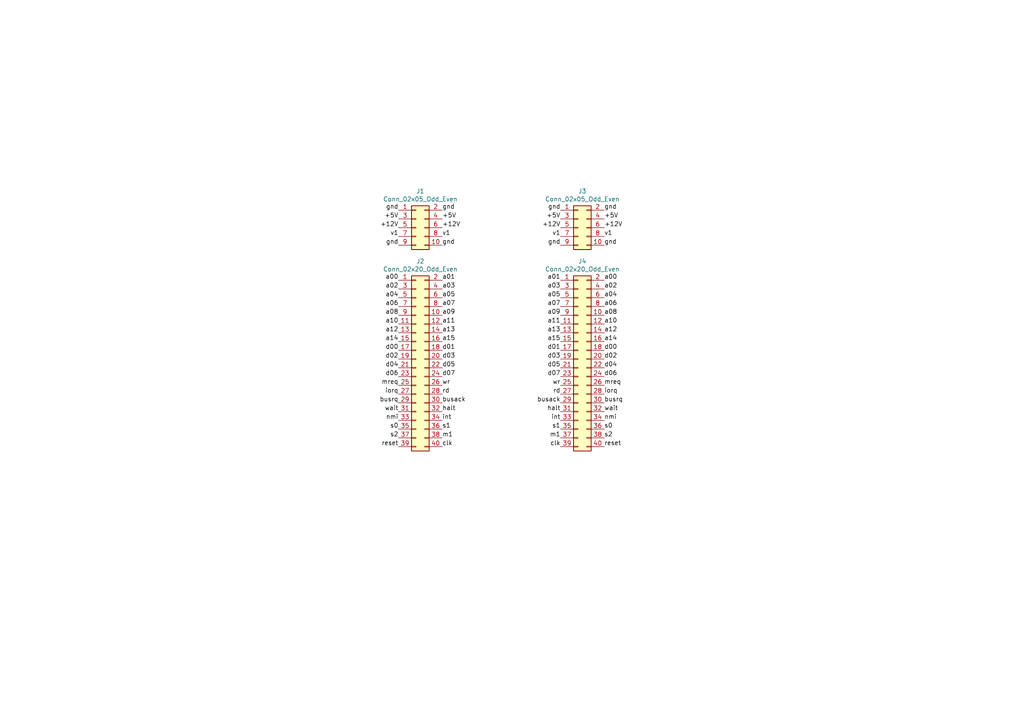
<source format=kicad_sch>
(kicad_sch (version 20211123) (generator eeschema)
  (paper "A4")
  (lib_symbols
    (symbol "Connector_Generic:Conn_02x05_Odd_Even" (pin_names (offset 1.016) hide)
      (property "Reference" "J" (at 1.27 7.62 0))
      (property "Value" "Conn_02x05_Odd_Even" (at 1.27 -7.62 0))
      (symbol "Conn_02x05_Odd_Even_1_1"
        (rectangle (start -1.27 -4.953) (end 0 -5.207) (stroke (width 0.1524)))
        (rectangle (start -1.27 -2.413) (end 0 -2.667) (stroke (width 0.1524)))
        (rectangle (start -1.27 0.127) (end 0 -0.127) (stroke (width 0.1524)))
        (rectangle (start -1.27 2.667) (end 0 2.413) (stroke (width 0.1524)))
        (rectangle (start -1.27 5.207) (end 0 4.953) (stroke (width 0.1524)))
        (rectangle (start -1.27 6.35) (end 3.81 -6.35) (stroke (width 0.254)) (fill (type background)))
        (rectangle (start 3.81 -4.953) (end 2.54 -5.207) (stroke (width 0.1524)))
        (rectangle (start 3.81 -2.413) (end 2.54 -2.667) (stroke (width 0.1524)))
        (rectangle (start 3.81 0.127) (end 2.54 -0.127) (stroke (width 0.1524)))
        (rectangle (start 3.81 2.667) (end 2.54 2.413) (stroke (width 0.1524)))
        (rectangle (start 3.81 5.207) (end 2.54 4.953) (stroke (width 0.1524)))
        (pin passive line (at -5.08 5.08 0) (length 3.81) (name "Pin_1") (number "1"))
        (pin passive line (at 7.62 -5.08 180) (length 3.81) (name "Pin_10") (number "10"))
        (pin passive line (at 7.62 5.08 180) (length 3.81) (name "Pin_2") (number "2"))
        (pin passive line (at -5.08 2.54 0) (length 3.81) (name "Pin_3") (number "3"))
        (pin passive line (at 7.62 2.54 180) (length 3.81) (name "Pin_4") (number "4"))
        (pin passive line (at -5.08 0 0) (length 3.81) (name "Pin_5") (number "5"))
        (pin passive line (at 7.62 0 180) (length 3.81) (name "Pin_6") (number "6"))
        (pin passive line (at -5.08 -2.54 0) (length 3.81) (name "Pin_7") (number "7"))
        (pin passive line (at 7.62 -2.54 180) (length 3.81) (name "Pin_8") (number "8"))
        (pin passive line (at -5.08 -5.08 0) (length 3.81) (name "Pin_9") (number "9"))
      )
    )
    (symbol "Connector_Generic:Conn_02x20_Odd_Even" (pin_names (offset 1.016) hide)
      (property "Reference" "J" (at 1.27 25.4 0))
      (property "Value" "Conn_02x20_Odd_Even" (at 1.27 -27.94 0))
      (symbol "Conn_02x20_Odd_Even_1_1"
        (rectangle (start -1.27 -25.273) (end 0 -25.527) (stroke (width 0.1524)))
        (rectangle (start -1.27 -22.733) (end 0 -22.987) (stroke (width 0.1524)))
        (rectangle (start -1.27 -20.193) (end 0 -20.447) (stroke (width 0.1524)))
        (rectangle (start -1.27 -17.653) (end 0 -17.907) (stroke (width 0.1524)))
        (rectangle (start -1.27 -15.113) (end 0 -15.367) (stroke (width 0.1524)))
        (rectangle (start -1.27 -12.573) (end 0 -12.827) (stroke (width 0.1524)))
        (rectangle (start -1.27 -10.033) (end 0 -10.287) (stroke (width 0.1524)))
        (rectangle (start -1.27 -7.493) (end 0 -7.747) (stroke (width 0.1524)))
        (rectangle (start -1.27 -4.953) (end 0 -5.207) (stroke (width 0.1524)))
        (rectangle (start -1.27 -2.413) (end 0 -2.667) (stroke (width 0.1524)))
        (rectangle (start -1.27 0.127) (end 0 -0.127) (stroke (width 0.1524)))
        (rectangle (start -1.27 2.667) (end 0 2.413) (stroke (width 0.1524)))
        (rectangle (start -1.27 5.207) (end 0 4.953) (stroke (width 0.1524)))
        (rectangle (start -1.27 7.747) (end 0 7.493) (stroke (width 0.1524)))
        (rectangle (start -1.27 10.287) (end 0 10.033) (stroke (width 0.1524)))
        (rectangle (start -1.27 12.827) (end 0 12.573) (stroke (width 0.1524)))
        (rectangle (start -1.27 15.367) (end 0 15.113) (stroke (width 0.1524)))
        (rectangle (start -1.27 17.907) (end 0 17.653) (stroke (width 0.1524)))
        (rectangle (start -1.27 20.447) (end 0 20.193) (stroke (width 0.1524)))
        (rectangle (start -1.27 22.987) (end 0 22.733) (stroke (width 0.1524)))
        (rectangle (start -1.27 24.13) (end 3.81 -26.67) (stroke (width 0.254)) (fill (type background)))
        (rectangle (start 3.81 -25.273) (end 2.54 -25.527) (stroke (width 0.1524)))
        (rectangle (start 3.81 -22.733) (end 2.54 -22.987) (stroke (width 0.1524)))
        (rectangle (start 3.81 -20.193) (end 2.54 -20.447) (stroke (width 0.1524)))
        (rectangle (start 3.81 -17.653) (end 2.54 -17.907) (stroke (width 0.1524)))
        (rectangle (start 3.81 -15.113) (end 2.54 -15.367) (stroke (width 0.1524)))
        (rectangle (start 3.81 -12.573) (end 2.54 -12.827) (stroke (width 0.1524)))
        (rectangle (start 3.81 -10.033) (end 2.54 -10.287) (stroke (width 0.1524)))
        (rectangle (start 3.81 -7.493) (end 2.54 -7.747) (stroke (width 0.1524)))
        (rectangle (start 3.81 -4.953) (end 2.54 -5.207) (stroke (width 0.1524)))
        (rectangle (start 3.81 -2.413) (end 2.54 -2.667) (stroke (width 0.1524)))
        (rectangle (start 3.81 0.127) (end 2.54 -0.127) (stroke (width 0.1524)))
        (rectangle (start 3.81 2.667) (end 2.54 2.413) (stroke (width 0.1524)))
        (rectangle (start 3.81 5.207) (end 2.54 4.953) (stroke (width 0.1524)))
        (rectangle (start 3.81 7.747) (end 2.54 7.493) (stroke (width 0.1524)))
        (rectangle (start 3.81 10.287) (end 2.54 10.033) (stroke (width 0.1524)))
        (rectangle (start 3.81 12.827) (end 2.54 12.573) (stroke (width 0.1524)))
        (rectangle (start 3.81 15.367) (end 2.54 15.113) (stroke (width 0.1524)))
        (rectangle (start 3.81 17.907) (end 2.54 17.653) (stroke (width 0.1524)))
        (rectangle (start 3.81 20.447) (end 2.54 20.193) (stroke (width 0.1524)))
        (rectangle (start 3.81 22.987) (end 2.54 22.733) (stroke (width 0.1524)))
        (pin passive line (at -5.08 22.86 0) (length 3.81) (name "Pin_1") (number "1"))
        (pin passive line (at 7.62 12.7 180) (length 3.81) (name "Pin_10") (number "10"))
        (pin passive line (at -5.08 10.16 0) (length 3.81) (name "Pin_11") (number "11"))
        (pin passive line (at 7.62 10.16 180) (length 3.81) (name "Pin_12") (number "12"))
        (pin passive line (at -5.08 7.62 0) (length 3.81) (name "Pin_13") (number "13"))
        (pin passive line (at 7.62 7.62 180) (length 3.81) (name "Pin_14") (number "14"))
        (pin passive line (at -5.08 5.08 0) (length 3.81) (name "Pin_15") (number "15"))
        (pin passive line (at 7.62 5.08 180) (length 3.81) (name "Pin_16") (number "16"))
        (pin passive line (at -5.08 2.54 0) (length 3.81) (name "Pin_17") (number "17"))
        (pin passive line (at 7.62 2.54 180) (length 3.81) (name "Pin_18") (number "18"))
        (pin passive line (at -5.08 0 0) (length 3.81) (name "Pin_19") (number "19"))
        (pin passive line (at 7.62 22.86 180) (length 3.81) (name "Pin_2") (number "2"))
        (pin passive line (at 7.62 0 180) (length 3.81) (name "Pin_20") (number "20"))
        (pin passive line (at -5.08 -2.54 0) (length 3.81) (name "Pin_21") (number "21"))
        (pin passive line (at 7.62 -2.54 180) (length 3.81) (name "Pin_22") (number "22"))
        (pin passive line (at -5.08 -5.08 0) (length 3.81) (name "Pin_23") (number "23"))
        (pin passive line (at 7.62 -5.08 180) (length 3.81) (name "Pin_24") (number "24"))
        (pin passive line (at -5.08 -7.62 0) (length 3.81) (name "Pin_25") (number "25"))
        (pin passive line (at 7.62 -7.62 180) (length 3.81) (name "Pin_26") (number "26"))
        (pin passive line (at -5.08 -10.16 0) (length 3.81) (name "Pin_27") (number "27"))
        (pin passive line (at 7.62 -10.16 180) (length 3.81) (name "Pin_28") (number "28"))
        (pin passive line (at -5.08 -12.7 0) (length 3.81) (name "Pin_29") (number "29"))
        (pin passive line (at -5.08 20.32 0) (length 3.81) (name "Pin_3") (number "3"))
        (pin passive line (at 7.62 -12.7 180) (length 3.81) (name "Pin_30") (number "30"))
        (pin passive line (at -5.08 -15.24 0) (length 3.81) (name "Pin_31") (number "31"))
        (pin passive line (at 7.62 -15.24 180) (length 3.81) (name "Pin_32") (number "32"))
        (pin passive line (at -5.08 -17.78 0) (length 3.81) (name "Pin_33") (number "33"))
        (pin passive line (at 7.62 -17.78 180) (length 3.81) (name "Pin_34") (number "34"))
        (pin passive line (at -5.08 -20.32 0) (length 3.81) (name "Pin_35") (number "35"))
        (pin passive line (at 7.62 -20.32 180) (length 3.81) (name "Pin_36") (number "36"))
        (pin passive line (at -5.08 -22.86 0) (length 3.81) (name "Pin_37") (number "37"))
        (pin passive line (at 7.62 -22.86 180) (length 3.81) (name "Pin_38") (number "38"))
        (pin passive line (at -5.08 -25.4 0) (length 3.81) (name "Pin_39") (number "39"))
        (pin passive line (at 7.62 20.32 180) (length 3.81) (name "Pin_4") (number "4"))
        (pin passive line (at 7.62 -25.4 180) (length 3.81) (name "Pin_40") (number "40"))
        (pin passive line (at -5.08 17.78 0) (length 3.81) (name "Pin_5") (number "5"))
        (pin passive line (at 7.62 17.78 180) (length 3.81) (name "Pin_6") (number "6"))
        (pin passive line (at -5.08 15.24 0) (length 3.81) (name "Pin_7") (number "7"))
        (pin passive line (at 7.62 15.24 180) (length 3.81) (name "Pin_8") (number "8"))
        (pin passive line (at -5.08 12.7 0) (length 3.81) (name "Pin_9") (number "9"))
      )
    )
  )
  (label "iorq" (at 115.57 114.3 180))
  (label "a06" (at 175.26 88.9 0))
  (label "v1" (at 175.26 68.58 0))
  (label "a15" (at 162.56 99.06 180))
  (label "d01" (at 128.27 101.6 0))
  (label "wr" (at 162.56 111.76 180))
  (label "s2" (at 175.26 127 0))
  (label "gnd" (at 175.26 71.12 0))
  (label "v1" (at 162.56 68.58 180))
  (label "gnd" (at 115.57 60.96 180))
  (label "d03" (at 162.56 104.14 180))
  (label "d01" (at 162.56 101.6 180))
  (label "int" (at 128.27 121.92 0))
  (label "clk" (at 162.56 129.54 180))
  (label "d03" (at 128.27 104.14 0))
  (label "d05" (at 162.56 106.68 180))
  (label "a07" (at 128.27 88.9 0))
  (label "gnd" (at 162.56 71.12 180))
  (label "a03" (at 162.56 83.82 180))
  (label "a08" (at 115.57 91.44 180))
  (label "reset" (at 115.57 129.54 180))
  (label "mreq" (at 115.57 111.76 180))
  (label "a04" (at 175.26 86.36 0))
  (label "a10" (at 115.57 93.98 180))
  (label "gnd" (at 128.27 71.12 0))
  (label "+5V" (at 175.26 63.5 0))
  (label "d06" (at 115.57 109.22 180))
  (label "gnd" (at 128.27 60.96 0))
  (label "v1" (at 115.57 68.58 180))
  (label "a05" (at 128.27 86.36 0))
  (label "a01" (at 162.56 81.28 180))
  (label "d00" (at 175.26 101.6 0))
  (label "a15" (at 128.27 99.06 0))
  (label "s1" (at 128.27 124.46 0))
  (label "a02" (at 175.26 83.82 0))
  (label "a04" (at 115.57 86.36 180))
  (label "a14" (at 115.57 99.06 180))
  (label "nmi" (at 175.26 121.92 0))
  (label "s0" (at 175.26 124.46 0))
  (label "a07" (at 162.56 88.9 180))
  (label "d05" (at 128.27 106.68 0))
  (label "mreq" (at 175.26 111.76 0))
  (label "a13" (at 162.56 96.52 180))
  (label "m1" (at 128.27 127 0))
  (label "a05" (at 162.56 86.36 180))
  (label "s1" (at 162.56 124.46 180))
  (label "d07" (at 128.27 109.22 0))
  (label "d04" (at 115.57 106.68 180))
  (label "wait" (at 175.26 119.38 0))
  (label "wr" (at 128.27 111.76 0))
  (label "halt" (at 162.56 119.38 180))
  (label "d02" (at 175.26 104.14 0))
  (label "reset" (at 175.26 129.54 0))
  (label "+5V" (at 128.27 63.5 0))
  (label "gnd" (at 115.57 71.12 180))
  (label "+5V" (at 115.57 63.5 180))
  (label "busrq" (at 175.26 116.84 0))
  (label "d06" (at 175.26 109.22 0))
  (label "+12V" (at 115.57 66.04 180))
  (label "a03" (at 128.27 83.82 0))
  (label "busrq" (at 115.57 116.84 180))
  (label "a01" (at 128.27 81.28 0))
  (label "d02" (at 115.57 104.14 180))
  (label "busack" (at 128.27 116.84 0))
  (label "a10" (at 175.26 93.98 0))
  (label "a06" (at 115.57 88.9 180))
  (label "+12V" (at 128.27 66.04 0))
  (label "a09" (at 128.27 91.44 0))
  (label "m1" (at 162.56 127 180))
  (label "a09" (at 162.56 91.44 180))
  (label "halt" (at 128.27 119.38 0))
  (label "nmi" (at 115.57 121.92 180))
  (label "a08" (at 175.26 91.44 0))
  (label "a02" (at 115.57 83.82 180))
  (label "wait" (at 115.57 119.38 180))
  (label "int" (at 162.56 121.92 180))
  (label "+5V" (at 162.56 63.5 180))
  (label "clk" (at 128.27 129.54 0))
  (label "d04" (at 175.26 106.68 0))
  (label "rd" (at 128.27 114.3 0))
  (label "v1" (at 128.27 68.58 0))
  (label "a12" (at 115.57 96.52 180))
  (label "rd" (at 162.56 114.3 180))
  (label "busack" (at 162.56 116.84 180))
  (label "gnd" (at 162.56 60.96 180))
  (label "s0" (at 115.57 124.46 180))
  (label "a11" (at 162.56 93.98 180))
  (label "a14" (at 175.26 99.06 0))
  (label "+12V" (at 162.56 66.04 180))
  (label "iorq" (at 175.26 114.3 0))
  (label "d00" (at 115.57 101.6 180))
  (label "+12V" (at 175.26 66.04 0))
  (label "gnd" (at 175.26 60.96 0))
  (label "a13" (at 128.27 96.52 0))
  (label "s2" (at 115.57 127 180))
  (label "a00" (at 175.26 81.28 0))
  (label "a00" (at 115.57 81.28 180))
  (label "a12" (at 175.26 96.52 0))
  (label "a11" (at 128.27 93.98 0))
  (label "d07" (at 162.56 109.22 180))
  (symbol (lib_id "Connector_Generic:Conn_02x05_Odd_Even") (at 167.64 66.04 0) (unit 1)
    (property "Reference" "J3" (at 168.91 55.4482 0))
    (property "Value" "Conn_02x05_Odd_Even" (at 168.91 57.7596 0))
    (property "Footprint" "Connector_PinHeader_2.54mm:PinHeader_2x05_P2.54mm_Vertical" (effects hide))
  )
  (symbol (lib_id "Connector_Generic:Conn_02x20_Odd_Even") (at 167.64 104.14 0) (unit 1)
    (property "Reference" "J4" (at 168.91 75.7682 0))
    (property "Value" "Conn_02x20_Odd_Even" (at 168.91 78.0796 0))
    (property "Footprint" "Connector_PinHeader_2.54mm:PinHeader_2x20_P2.54mm_Vertical" (effects hide))
  )
  (symbol (lib_id "Connector_Generic:Conn_02x05_Odd_Even") (at 120.65 66.04 0) (unit 1)
    (property "Reference" "J1" (at 121.92 55.4482 0))
    (property "Value" "Conn_02x05_Odd_Even" (at 121.92 57.7596 0))
    (property "Footprint" "Connector_PinHeader_2.54mm:PinHeader_2x05_P2.54mm_Vertical" (effects hide))
  )
  (symbol (lib_id "Connector_Generic:Conn_02x20_Odd_Even") (at 120.65 104.14 0) (unit 1)
    (property "Reference" "J2" (at 121.92 75.7682 0))
    (property "Value" "Conn_02x20_Odd_Even" (at 121.92 78.0796 0))
    (property "Footprint" "Connector_PinHeader_2.54mm:PinHeader_2x20_P2.54mm_Vertical" (effects hide))
  )
)
</source>
